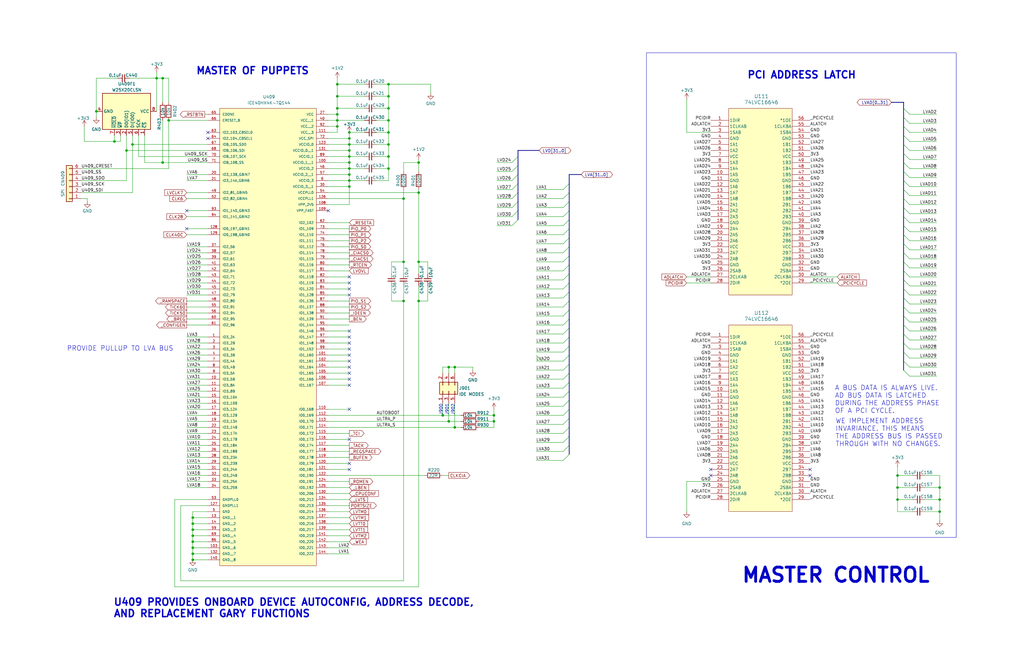
<source format=kicad_sch>
(kicad_sch (version 20231120) (generator "eeschema") (generator_version "8.0")
  (paper "B")
  (title_block (title "AMIGA PCI") (date "2025-01-11") (rev "5.0"))
  (junction (at 147.32 76.2))
  (junction (at 191.77 180.34))
  (junction (at 176.53 81.28))
  (junction (at 378.46 200.66))
  (junction (at 81.28 223.52))
  (junction (at 189.23 154.94))
  (junction (at 147.32 58.42))
  (junction (at 396.24 210.82))
  (junction (at 378.46 210.82))
  (junction (at 147.32 78.74))
  (junction (at 396.24 215.9))
  (junction (at 163.83 60.96))
  (junction (at 163.83 50.8))
  (junction (at 163.83 40.64))
  (junction (at 142.24 48.26))
  (junction (at 142.24 53.34))
  (junction (at 40.64 46.99))
  (junction (at 48.26 59.69))
  (junction (at 81.28 218.44))
  (junction (at 66.04 33.02))
  (junction (at 81.28 220.98))
  (junction (at 147.32 63.5))
  (junction (at 170.18 83.82))
  (junction (at 142.24 35.56))
  (junction (at 81.28 233.68))
  (junction (at 163.83 45.72))
  (junction (at 147.32 68.58))
  (junction (at 396.24 205.74))
  (junction (at 176.53 127))
  (junction (at 163.83 35.56))
  (junction (at 55.88 60.96))
  (junction (at 142.24 40.64))
  (junction (at 208.28 175.26))
  (junction (at 81.28 236.22))
  (junction (at 191.77 154.94))
  (junction (at 81.28 231.14))
  (junction (at 68.58 68.58))
  (junction (at 163.83 71.12))
  (junction (at 163.83 66.04))
  (junction (at 189.23 177.8))
  (junction (at 147.32 55.88))
  (junction (at 142.24 45.72))
  (junction (at 176.53 68.58))
  (junction (at 208.28 177.8))
  (junction (at 163.83 55.88))
  (junction (at 71.12 50.8))
  (junction (at 147.32 60.96))
  (junction (at 81.28 226.06))
  (junction (at 170.18 127))
  (junction (at 378.46 205.74))
  (junction (at 81.28 228.6))
  (junction (at 147.32 73.66))
  (junction (at 170.18 110.49))
  (junction (at 176.53 110.49))
  (junction (at 147.32 71.12))
  (junction (at 186.69 175.26))
  (junction (at 142.24 50.8))
  (junction (at 147.32 66.04))
  (junction (at 68.58 33.02))
  (junction (at 53.34 63.5))
  (no_connect (at 299.72 198.12))
  (no_connect (at 147.32 144.78))
  (no_connect (at 147.32 152.4))
  (no_connect (at 147.32 198.12))
  (no_connect (at 341.63 198.12))
  (no_connect (at 147.32 162.56))
  (no_connect (at 147.32 172.72))
  (no_connect (at 341.63 200.66))
  (no_connect (at 87.63 55.88))
  (no_connect (at 147.32 142.24))
  (no_connect (at 147.32 160.02))
  (no_connect (at 147.32 116.84))
  (no_connect (at 147.32 147.32))
  (no_connect (at 147.32 149.86))
  (no_connect (at 78.74 88.9))
  (no_connect (at 147.32 124.46))
  (no_connect (at 147.32 157.48))
  (no_connect (at 147.32 185.42))
  (no_connect (at 147.32 119.38))
  (no_connect (at 299.72 200.66))
  (no_connect (at 147.32 195.58))
  (no_connect (at 138.43 88.9))
  (no_connect (at 147.32 154.94))
  (no_connect (at 87.63 58.42))
  (no_connect (at 147.32 139.7))
  (no_connect (at 78.74 96.52))
  (no_connect (at 147.32 121.92))
  (bus_entry (at 383.57 93.98) (size -2.54 -2.54))
  (bus_entry (at 383.57 63.5) (size -2.54 -2.54))
  (bus_entry (at 237.49 163.83) (size 2.54 -2.54))
  (bus_entry (at 215.9 95.25) (size 2.54 -2.54))
  (bus_entry (at 237.49 80.01) (size 2.54 -2.54))
  (bus_entry (at 237.49 160.02) (size 2.54 -2.54))
  (bus_entry (at 383.57 82.55) (size -2.54 -2.54))
  (bus_entry (at 383.57 101.6) (size -2.54 -2.54))
  (bus_entry (at 215.9 83.82) (size 2.54 -2.54))
  (bus_entry (at 237.49 194.31) (size 2.54 -2.54))
  (bus_entry (at 215.9 87.63) (size 2.54 -2.54))
  (bus_entry (at 383.57 151.13) (size -2.54 -2.54))
  (bus_entry (at 237.49 133.35) (size 2.54 -2.54))
  (bus_entry (at 237.49 137.16) (size 2.54 -2.54))
  (bus_entry (at 237.49 99.06) (size 2.54 -2.54))
  (bus_entry (at 383.57 158.75) (size -2.54 -2.54))
  (bus_entry (at 383.57 78.74) (size -2.54 -2.54))
  (bus_entry (at 383.57 97.79) (size -2.54 -2.54))
  (bus_entry (at 237.49 182.88) (size 2.54 -2.54))
  (bus_entry (at 237.49 83.82) (size 2.54 -2.54))
  (bus_entry (at 237.49 95.25) (size 2.54 -2.54))
  (bus_entry (at 383.57 135.89) (size -2.54 -2.54))
  (bus_entry (at 383.57 55.88) (size -2.54 -2.54))
  (bus_entry (at 237.49 129.54) (size 2.54 -2.54))
  (bus_entry (at 237.49 148.59) (size 2.54 -2.54))
  (bus_entry (at 237.49 175.26) (size 2.54 -2.54))
  (bus_entry (at 383.57 139.7) (size -2.54 -2.54))
  (bus_entry (at 383.57 124.46) (size -2.54 -2.54))
  (bus_entry (at 237.49 87.63) (size 2.54 -2.54))
  (bus_entry (at 383.57 120.65) (size -2.54 -2.54))
  (bus_entry (at 237.49 118.11) (size 2.54 -2.54))
  (bus_entry (at 383.57 59.69) (size -2.54 -2.54))
  (bus_entry (at 383.57 71.12) (size -2.54 -2.54))
  (bus_entry (at 383.57 143.51) (size -2.54 -2.54))
  (bus_entry (at 215.9 68.58) (size 2.54 -2.54))
  (bus_entry (at 226.06 149.86) (size 2.54 2.54))
  (bus_entry (at 383.57 86.36) (size -2.54 -2.54))
  (bus_entry (at 237.49 121.92) (size 2.54 -2.54))
  (bus_entry (at 237.49 144.78) (size 2.54 -2.54))
  (bus_entry (at 383.57 154.94) (size -2.54 -2.54))
  (bus_entry (at 383.57 147.32) (size -2.54 -2.54))
  (bus_entry (at 237.49 190.5) (size 2.54 -2.54))
  (bus_entry (at 383.57 116.84) (size -2.54 -2.54))
  (bus_entry (at 215.9 91.44) (size 2.54 -2.54))
  (bus_entry (at 237.49 114.3) (size 2.54 -2.54))
  (bus_entry (at 215.9 76.2) (size 2.54 -2.54))
  (bus_entry (at 237.49 186.69) (size 2.54 -2.54))
  (bus_entry (at 383.57 52.07) (size -2.54 -2.54))
  (bus_entry (at 237.49 167.64) (size 2.54 -2.54))
  (bus_entry (at 237.49 110.49) (size 2.54 -2.54))
  (bus_entry (at 237.49 125.73) (size 2.54 -2.54))
  (bus_entry (at 237.49 102.87) (size 2.54 -2.54))
  (bus_entry (at 237.49 179.07) (size 2.54 -2.54))
  (bus_entry (at 383.57 128.27) (size -2.54 -2.54))
  (bus_entry (at 237.49 156.21) (size 2.54 -2.54))
  (bus_entry (at 237.49 140.97) (size 2.54 -2.54))
  (bus_entry (at 383.57 105.41) (size -2.54 -2.54))
  (bus_entry (at 237.49 171.45) (size 2.54 -2.54))
  (bus_entry (at 383.57 132.08) (size -2.54 -2.54))
  (bus_entry (at 237.49 106.68) (size 2.54 -2.54))
  (bus_entry (at 383.57 109.22) (size -2.54 -2.54))
  (bus_entry (at 383.57 67.31) (size -2.54 -2.54))
  (bus_entry (at 237.49 152.4) (size 2.54 -2.54))
  (bus_entry (at 383.57 113.03) (size -2.54 -2.54))
  (bus_entry (at 237.49 91.44) (size 2.54 -2.54))
  (bus_entry (at 383.57 74.93) (size -2.54 -2.54))
  (bus_entry (at 215.9 72.39) (size 2.54 -2.54))
  (bus_entry (at 383.57 48.26) (size -2.54 -2.54))
  (bus_entry (at 383.57 90.17) (size -2.54 -2.54))
  (bus_entry (at 215.9 80.01) (size 2.54 -2.54))
  (wire (pts (xy 147.32 144.78) (xy 138.43 144.78)))
  (bus (pts (xy 381.03 152.4) (xy 381.03 156.21)))
  (bus (pts (xy 240.03 107.95) (xy 240.03 111.76)))
  (wire (pts (xy 395 139.7) (xy 383.57 139.7)))
  (wire (pts (xy 299.72 55.88) (xy 289.56 55.88)))
  (bus (pts (xy 381.03 43.18) (xy 375.92 43.18)))
  (wire (pts (xy 58.42 66.04) (xy 58.42 57.15)))
  (wire (pts (xy 87.63 195.58) (xy 78.74 195.58)))
  (wire (pts (xy 78.74 200.66) (xy 87.63 200.66)))
  (wire (pts (xy 147.32 205.74) (xy 138.43 205.74)))
  (wire (pts (xy 209.55 95.25) (xy 215.9 95.25)))
  (wire (pts (xy 353.06 119.38) (xy 341.63 119.38)))
  (wire (pts (xy 395 128.27) (xy 383.57 128.27)))
  (wire (pts (xy 138.43 99.06) (xy 147.32 99.06)))
  (wire (pts (xy 289.56 203.2) (xy 289.56 215.9)))
  (bus (pts (xy 381.03 148.59) (xy 381.03 152.4)))
  (wire (pts (xy 189.23 157.48) (xy 189.23 154.94)))
  (wire (pts (xy 395 135.89) (xy 383.57 135.89)))
  (wire (pts (xy 147.32 195.58) (xy 138.43 195.58)))
  (wire (pts (xy 289.56 203.2) (xy 299.72 203.2)))
  (wire (pts (xy 71.12 43.18) (xy 71.12 33.02)))
  (wire (pts (xy 395 86.36) (xy 383.57 86.36)))
  (wire (pts (xy 138.43 71.12) (xy 147.32 71.12)))
  (wire (pts (xy 73.66 247.65) (xy 176.53 247.65)))
  (wire (pts (xy 87.63 83.82) (xy 78.74 83.82)))
  (wire (pts (xy 226.06 140.97) (xy 237.49 140.97)))
  (wire (pts (xy 34.29 83.82) (xy 36.83 83.82)))
  (wire (pts (xy 87.63 203.2) (xy 78.74 203.2)))
  (wire (pts (xy 138.43 73.66) (xy 147.32 73.66)))
  (wire (pts (xy 78.74 116.84) (xy 87.63 116.84)))
  (wire (pts (xy 78.74 111.76) (xy 87.63 111.76)))
  (wire (pts (xy 35.56 53.34) (xy 35.56 59.69)))
  (bus (pts (xy 240.03 96.52) (xy 240.03 100.33)))
  (bus (pts (xy 381.03 57.15) (xy 381.03 60.96)))
  (bus (pts (xy 381.03 118.11) (xy 381.03 121.92)))
  (wire (pts (xy 226.06 190.5) (xy 237.49 190.5)))
  (wire (pts (xy 186.69 157.48) (xy 186.69 154.94)))
  (bus (pts (xy 240.03 165.1) (xy 240.03 168.91)))
  (wire (pts (xy 87.63 88.9) (xy 78.74 88.9)))
  (wire (pts (xy 138.43 83.82) (xy 170.18 83.82)))
  (wire (pts (xy 78.74 109.22) (xy 87.63 109.22)))
  (wire (pts (xy 226.06 110.49) (xy 237.49 110.49)))
  (wire (pts (xy 147.32 182.88) (xy 138.43 182.88)))
  (bus (pts (xy 240.03 168.91) (xy 240.03 172.72)))
  (wire (pts (xy 142.24 45.72) (xy 142.24 48.26)))
  (wire (pts (xy 176.53 127) (xy 180.34 127)))
  (wire (pts (xy 73.66 210.82) (xy 87.63 210.82)))
  (wire (pts (xy 138.43 157.48) (xy 147.32 157.48)))
  (wire (pts (xy 226.06 175.26) (xy 237.49 175.26)))
  (wire (pts (xy 378.46 205.74) (xy 384.81 205.74)))
  (wire (pts (xy 81.28 218.44) (xy 81.28 220.98)))
  (wire (pts (xy 395 48.26) (xy 383.57 48.26)))
  (wire (pts (xy 87.63 177.8) (xy 78.74 177.8)))
  (wire (pts (xy 147.32 76.2) (xy 147.32 78.74)))
  (wire (pts (xy 138.43 152.4) (xy 147.32 152.4)))
  (wire (pts (xy 209.55 68.58) (xy 215.9 68.58)))
  (wire (pts (xy 48.26 59.69) (xy 50.8 59.69)))
  (wire (pts (xy 87.63 48.26) (xy 86.36 48.26)))
  (wire (pts (xy 395 120.65) (xy 383.57 120.65)))
  (wire (pts (xy 389.89 200.66) (xy 396.24 200.66)))
  (wire (pts (xy 81.28 218.44) (xy 87.63 218.44)))
  (wire (pts (xy 66.04 33.02) (xy 54.61 33.02)))
  (wire (pts (xy 68.58 33.02) (xy 66.04 33.02)))
  (wire (pts (xy 147.32 76.2) (xy 153.67 76.2)))
  (bus (pts (xy 381.03 125.73) (xy 381.03 129.54)))
  (wire (pts (xy 226.06 114.3) (xy 237.49 114.3)))
  (wire (pts (xy 395 105.41) (xy 383.57 105.41)))
  (wire (pts (xy 163.83 40.64) (xy 163.83 35.56)))
  (wire (pts (xy 158.75 60.96) (xy 163.83 60.96)))
  (bus (pts (xy 218.44 69.85) (xy 218.44 73.66)))
  (wire (pts (xy 289.56 41.91) (xy 289.56 55.88)))
  (wire (pts (xy 226.06 171.45) (xy 237.49 171.45)))
  (wire (pts (xy 226.06 83.82) (xy 237.49 83.82)))
  (wire (pts (xy 181.61 35.56) (xy 163.83 35.56)))
  (wire (pts (xy 87.63 167.64) (xy 78.74 167.64)))
  (wire (pts (xy 147.32 68.58) (xy 147.32 71.12)))
  (wire (pts (xy 209.55 91.44) (xy 215.9 91.44)))
  (wire (pts (xy 226.06 179.07) (xy 237.49 179.07)))
  (wire (pts (xy 81.28 215.9) (xy 81.28 218.44)))
  (wire (pts (xy 138.43 175.26) (xy 186.69 175.26)))
  (wire (pts (xy 87.63 76.2) (xy 78.74 76.2)))
  (wire (pts (xy 78.74 106.68) (xy 87.63 106.68)))
  (wire (pts (xy 138.43 223.52) (xy 147.32 223.52)))
  (wire (pts (xy 87.63 165.1) (xy 78.74 165.1)))
  (wire (pts (xy 147.32 55.88) (xy 153.67 55.88)))
  (wire (pts (xy 81.28 231.14) (xy 81.28 233.68)))
  (bus (pts (xy 381.03 76.2) (xy 381.03 80.01)))
  (bus (pts (xy 381.03 91.44) (xy 381.03 95.25)))
  (wire (pts (xy 191.77 170.18) (xy 191.77 180.34)))
  (wire (pts (xy 60.96 68.58) (xy 68.58 68.58)))
  (wire (pts (xy 71.12 71.12) (xy 71.12 50.8)))
  (wire (pts (xy 226.06 156.21) (xy 237.49 156.21)))
  (wire (pts (xy 163.83 45.72) (xy 163.83 40.64)))
  (wire (pts (xy 138.43 220.98) (xy 147.32 220.98)))
  (wire (pts (xy 165.1 120.65) (xy 165.1 127)))
  (wire (pts (xy 163.83 50.8) (xy 163.83 45.72)))
  (wire (pts (xy 189.23 154.94) (xy 191.77 154.94)))
  (bus (pts (xy 240.03 172.72) (xy 240.03 176.53)))
  (wire (pts (xy 138.43 160.02) (xy 147.32 160.02)))
  (bus (pts (xy 218.44 81.28) (xy 218.44 85.09)))
  (wire (pts (xy 138.43 154.94) (xy 147.32 154.94)))
  (bus (pts (xy 381.03 68.58) (xy 381.03 72.39)))
  (wire (pts (xy 226.06 148.59) (xy 237.49 148.59)))
  (wire (pts (xy 395 154.94) (xy 383.57 154.94)))
  (wire (pts (xy 138.43 66.04) (xy 147.32 66.04)))
  (wire (pts (xy 138.43 60.96) (xy 147.32 60.96)))
  (wire (pts (xy 226.06 91.44) (xy 237.49 91.44)))
  (bus (pts (xy 381.03 144.78) (xy 381.03 148.59)))
  (wire (pts (xy 87.63 193.04) (xy 78.74 193.04)))
  (wire (pts (xy 170.18 245.11) (xy 76.2 245.11)))
  (wire (pts (xy 226.06 167.64) (xy 237.49 167.64)))
  (wire (pts (xy 55.88 57.15) (xy 55.88 60.96)))
  (wire (pts (xy 138.43 124.46) (xy 147.32 124.46)))
  (wire (pts (xy 76.2 245.11) (xy 76.2 213.36)))
  (wire (pts (xy 147.32 63.5) (xy 147.32 66.04)))
  (wire (pts (xy 142.24 45.72) (xy 153.67 45.72)))
  (wire (pts (xy 165.1 127) (xy 170.18 127)))
  (wire (pts (xy 138.43 78.74) (xy 147.32 78.74)))
  (wire (pts (xy 138.43 177.8) (xy 189.23 177.8)))
  (wire (pts (xy 147.32 147.32) (xy 138.43 147.32)))
  (wire (pts (xy 170.18 120.65) (xy 170.18 127)))
  (bus (pts (xy 381.03 72.39) (xy 381.03 76.2)))
  (wire (pts (xy 147.32 86.36) (xy 138.43 86.36)))
  (wire (pts (xy 395 124.46) (xy 383.57 124.46)))
  (wire (pts (xy 189.23 177.8) (xy 194.31 177.8)))
  (wire (pts (xy 48.26 57.15) (xy 48.26 59.69)))
  (wire (pts (xy 378.46 200.66) (xy 384.81 200.66)))
  (wire (pts (xy 396.24 200.66) (xy 396.24 205.74)))
  (wire (pts (xy 179.07 200.66) (xy 138.43 200.66)))
  (wire (pts (xy 71.12 33.02) (xy 68.58 33.02)))
  (wire (pts (xy 81.28 223.52) (xy 87.63 223.52)))
  (wire (pts (xy 395 97.79) (xy 383.57 97.79)))
  (wire (pts (xy 36.83 83.82) (xy 36.83 85.09)))
  (wire (pts (xy 87.63 127) (xy 78.74 127)))
  (bus (pts (xy 381.03 106.68) (xy 381.03 110.49)))
  (wire (pts (xy 81.28 236.22) (xy 87.63 236.22)))
  (wire (pts (xy 66.04 46.99) (xy 66.04 33.02)))
  (wire (pts (xy 396.24 205.74) (xy 396.24 210.82)))
  (wire (pts (xy 40.64 33.02) (xy 49.53 33.02)))
  (wire (pts (xy 378.46 210.82) (xy 384.81 210.82)))
  (wire (pts (xy 208.28 172.72) (xy 208.28 175.26)))
  (wire (pts (xy 138.43 215.9) (xy 147.32 215.9)))
  (wire (pts (xy 87.63 81.28) (xy 78.74 81.28)))
  (wire (pts (xy 138.43 93.98) (xy 147.32 93.98)))
  (bus (pts (xy 240.03 119.38) (xy 240.03 123.19)))
  (bus (pts (xy 240.03 73.66) (xy 245.11 73.66)))
  (wire (pts (xy 226.06 194.31) (xy 237.49 194.31)))
  (wire (pts (xy 87.63 175.26) (xy 78.74 175.26)))
  (wire (pts (xy 147.32 208.28) (xy 138.43 208.28)))
  (wire (pts (xy 53.34 76.2) (xy 34.29 76.2)))
  (bus (pts (xy 240.03 149.86) (xy 240.03 153.67)))
  (wire (pts (xy 289.56 119.38) (xy 299.72 119.38)))
  (wire (pts (xy 138.43 185.42) (xy 147.32 185.42)))
  (wire (pts (xy 158.75 71.12) (xy 163.83 71.12)))
  (wire (pts (xy 87.63 137.16) (xy 78.74 137.16)))
  (wire (pts (xy 395 113.03) (xy 383.57 113.03)))
  (wire (pts (xy 78.74 160.02) (xy 87.63 160.02)))
  (wire (pts (xy 78.74 149.86) (xy 87.63 149.86)))
  (wire (pts (xy 170.18 68.58) (xy 176.53 68.58)))
  (wire (pts (xy 81.28 220.98) (xy 81.28 223.52)))
  (wire (pts (xy 147.32 187.96) (xy 138.43 187.96)))
  (wire (pts (xy 138.43 137.16) (xy 147.32 137.16)))
  (wire (pts (xy 138.43 101.6) (xy 147.32 101.6)))
  (wire (pts (xy 138.43 218.44) (xy 147.32 218.44)))
  (bus (pts (xy 381.03 87.63) (xy 381.03 91.44)))
  (wire (pts (xy 395 101.6) (xy 383.57 101.6)))
  (wire (pts (xy 81.28 233.68) (xy 81.28 236.22)))
  (bus (pts (xy 381.03 114.3) (xy 381.03 118.11)))
  (wire (pts (xy 147.32 60.96) (xy 153.67 60.96)))
  (wire (pts (xy 142.24 40.64) (xy 142.24 45.72)))
  (wire (pts (xy 226.06 87.63) (xy 237.49 87.63)))
  (wire (pts (xy 208.28 177.8) (xy 208.28 175.26)))
  (bus (pts (xy 381.03 80.01) (xy 381.03 83.82)))
  (wire (pts (xy 87.63 172.72) (xy 78.74 172.72)))
  (wire (pts (xy 201.93 177.8) (xy 208.28 177.8)))
  (wire (pts (xy 226.06 121.92) (xy 237.49 121.92)))
  (bus (pts (xy 240.03 176.53) (xy 240.03 180.34)))
  (wire (pts (xy 158.75 55.88) (xy 163.83 55.88)))
  (wire (pts (xy 138.43 228.6) (xy 147.32 228.6)))
  (wire (pts (xy 170.18 127) (xy 170.18 245.11)))
  (wire (pts (xy 55.88 81.28) (xy 55.88 60.96)))
  (wire (pts (xy 138.43 104.14) (xy 147.32 104.14)))
  (wire (pts (xy 176.53 247.65) (xy 176.53 127)))
  (wire (pts (xy 138.43 226.06) (xy 147.32 226.06)))
  (wire (pts (xy 87.63 124.46) (xy 78.74 124.46)))
  (wire (pts (xy 147.32 66.04) (xy 153.67 66.04)))
  (wire (pts (xy 147.32 193.04) (xy 138.43 193.04)))
  (wire (pts (xy 395 78.74) (xy 383.57 78.74)))
  (wire (pts (xy 147.32 73.66) (xy 147.32 76.2)))
  (bus (pts (xy 381.03 45.72) (xy 381.03 49.53)))
  (wire (pts (xy 226.06 95.25) (xy 237.49 95.25)))
  (wire (pts (xy 78.74 152.4) (xy 87.63 152.4)))
  (wire (pts (xy 138.43 106.68) (xy 147.32 106.68)))
  (wire (pts (xy 87.63 96.52) (xy 78.74 96.52)))
  (wire (pts (xy 138.43 114.3) (xy 147.32 114.3)))
  (wire (pts (xy 73.66 210.82) (xy 73.66 247.65)))
  (wire (pts (xy 78.74 187.96) (xy 87.63 187.96)))
  (wire (pts (xy 378.46 205.74) (xy 378.46 210.82)))
  (wire (pts (xy 68.58 50.8) (xy 68.58 68.58)))
  (wire (pts (xy 138.43 53.34) (xy 142.24 53.34)))
  (wire (pts (xy 395 158.75) (xy 383.57 158.75)))
  (bus (pts (xy 240.03 111.76) (xy 240.03 115.57)))
  (wire (pts (xy 78.74 114.3) (xy 87.63 114.3)))
  (bus (pts (xy 381.03 53.34) (xy 381.03 57.15)))
  (wire (pts (xy 40.64 49.53) (xy 40.64 46.99)))
  (wire (pts (xy 191.77 154.94) (xy 191.77 157.48)))
  (bus (pts (xy 240.03 88.9) (xy 240.03 92.71)))
  (wire (pts (xy 226.06 182.88) (xy 237.49 182.88)))
  (bus (pts (xy 218.44 85.09) (xy 218.44 88.9)))
  (wire (pts (xy 396.24 215.9) (xy 396.24 219.71)))
  (wire (pts (xy 142.24 50.8) (xy 142.24 53.34)))
  (wire (pts (xy 138.43 48.26) (xy 142.24 48.26)))
  (wire (pts (xy 226.06 144.78) (xy 237.49 144.78)))
  (bus (pts (xy 240.03 146.05) (xy 240.03 149.86)))
  (bus (pts (xy 240.03 104.14) (xy 240.03 107.95)))
  (wire (pts (xy 226.06 133.35) (xy 237.49 133.35)))
  (wire (pts (xy 87.63 190.5) (xy 78.74 190.5)))
  (wire (pts (xy 81.28 220.98) (xy 87.63 220.98)))
  (wire (pts (xy 395 151.13) (xy 383.57 151.13)))
  (bus (pts (xy 240.03 100.33) (xy 240.03 104.14)))
  (wire (pts (xy 87.63 91.44) (xy 78.74 91.44)))
  (bus (pts (xy 381.03 137.16) (xy 381.03 140.97)))
  (bus (pts (xy 381.03 110.49) (xy 381.03 114.3)))
  (wire (pts (xy 191.77 154.94) (xy 199.39 154.94)))
  (bus (pts (xy 240.03 130.81) (xy 240.03 134.62)))
  (wire (pts (xy 199.39 154.94) (xy 199.39 156.21)))
  (wire (pts (xy 384.81 215.9) (xy 378.46 215.9)))
  (wire (pts (xy 226.06 99.06) (xy 237.49 99.06)))
  (wire (pts (xy 163.83 35.56) (xy 158.75 35.56)))
  (wire (pts (xy 395 147.32) (xy 383.57 147.32)))
  (wire (pts (xy 87.63 73.66) (xy 78.74 73.66)))
  (wire (pts (xy 226.06 118.11) (xy 237.49 118.11)))
  (wire (pts (xy 226.06 102.87) (xy 237.49 102.87)))
  (wire (pts (xy 142.24 35.56) (xy 153.67 35.56)))
  (wire (pts (xy 396.24 210.82) (xy 396.24 215.9)))
  (bus (pts (xy 381.03 129.54) (xy 381.03 133.35)))
  (wire (pts (xy 138.43 180.34) (xy 191.77 180.34)))
  (wire (pts (xy 34.29 81.28) (xy 55.88 81.28)))
  (bus (pts (xy 218.44 73.66) (xy 218.44 77.47)))
  (wire (pts (xy 378.46 200.66) (xy 378.46 205.74)))
  (wire (pts (xy 147.32 190.5) (xy 138.43 190.5)))
  (wire (pts (xy 87.63 185.42) (xy 78.74 185.42)))
  (wire (pts (xy 138.43 127) (xy 147.32 127)))
  (wire (pts (xy 138.43 68.58) (xy 147.32 68.58)))
  (wire (pts (xy 147.32 55.88) (xy 147.32 58.42)))
  (wire (pts (xy 71.12 50.8) (xy 87.63 50.8)))
  (bus (pts (xy 240.03 157.48) (xy 240.03 161.29)))
  (wire (pts (xy 163.83 55.88) (xy 163.83 60.96)))
  (wire (pts (xy 176.53 81.28) (xy 176.53 110.49)))
  (bus (pts (xy 240.03 184.15) (xy 240.03 187.96)))
  (bus (pts (xy 240.03 161.29) (xy 240.03 165.1)))
  (wire (pts (xy 395 55.88) (xy 383.57 55.88)))
  (wire (pts (xy 147.32 78.74) (xy 147.32 86.36)))
  (wire (pts (xy 142.24 35.56) (xy 142.24 40.64)))
  (wire (pts (xy 226.06 160.02) (xy 237.49 160.02)))
  (wire (pts (xy 138.43 213.36) (xy 147.32 213.36)))
  (wire (pts (xy 81.28 223.52) (xy 81.28 226.06)))
  (wire (pts (xy 147.32 142.24) (xy 138.43 142.24)))
  (wire (pts (xy 87.63 147.32) (xy 78.74 147.32)))
  (wire (pts (xy 226.06 186.69) (xy 237.49 186.69)))
  (wire (pts (xy 176.53 110.49) (xy 180.34 110.49)))
  (bus (pts (xy 240.03 134.62) (xy 240.03 138.43)))
  (wire (pts (xy 81.28 226.06) (xy 87.63 226.06)))
  (wire (pts (xy 138.43 172.72) (xy 147.32 172.72)))
  (wire (pts (xy 395 74.93) (xy 383.57 74.93)))
  (wire (pts (xy 170.18 115.57) (xy 170.18 110.49)))
  (bus (pts (xy 218.44 63.5) (xy 227.33 63.5)))
  (wire (pts (xy 170.18 80.01) (xy 170.18 83.82)))
  (wire (pts (xy 78.74 121.92) (xy 87.63 121.92)))
  (wire (pts (xy 138.43 76.2) (xy 147.32 76.2)))
  (wire (pts (xy 186.69 170.18) (xy 186.69 175.26)))
  (bus (pts (xy 381.03 99.06) (xy 381.03 102.87)))
  (bus (pts (xy 240.03 77.47) (xy 240.03 81.28)))
  (wire (pts (xy 201.93 175.26) (xy 208.28 175.26)))
  (wire (pts (xy 87.63 129.54) (xy 78.74 129.54)))
  (wire (pts (xy 201.93 180.34) (xy 208.28 180.34)))
  (bus (pts (xy 240.03 123.19) (xy 240.03 127)))
  (wire (pts (xy 395 143.51) (xy 383.57 143.51)))
  (wire (pts (xy 138.43 111.76) (xy 147.32 111.76)))
  (wire (pts (xy 78.74 119.38) (xy 87.63 119.38)))
  (wire (pts (xy 81.28 228.6) (xy 87.63 228.6)))
  (wire (pts (xy 395 93.98) (xy 383.57 93.98)))
  (wire (pts (xy 226.06 106.68) (xy 237.49 106.68)))
  (bus (pts (xy 218.44 66.04) (xy 218.44 63.5)))
  (wire (pts (xy 209.55 83.82) (xy 215.9 83.82)))
  (wire (pts (xy 176.53 127) (xy 176.53 120.65)))
  (wire (pts (xy 226.06 129.54) (xy 237.49 129.54)))
  (wire (pts (xy 209.55 87.63) (xy 215.9 87.63)))
  (bus (pts (xy 240.03 138.43) (xy 240.03 142.24)))
  (wire (pts (xy 81.28 228.6) (xy 81.28 231.14)))
  (wire (pts (xy 87.63 154.94) (xy 78.74 154.94)))
  (wire (pts (xy 66.04 33.02) (xy 66.04 30.48)))
  (wire (pts (xy 78.74 180.34) (xy 87.63 180.34)))
  (bus (pts (xy 240.03 73.66) (xy 240.03 77.47)))
  (bus (pts (xy 381.03 83.82) (xy 381.03 87.63)))
  (wire (pts (xy 78.74 142.24) (xy 87.63 142.24)))
  (wire (pts (xy 50.8 57.15) (xy 50.8 59.69)))
  (wire (pts (xy 53.34 63.5) (xy 53.34 76.2)))
  (bus (pts (xy 381.03 133.35) (xy 381.03 137.16)))
  (wire (pts (xy 170.18 83.82) (xy 170.18 110.49)))
  (bus (pts (xy 240.03 81.28) (xy 240.03 85.09)))
  (bus (pts (xy 381.03 140.97) (xy 381.03 144.78)))
  (wire (pts (xy 147.32 233.68) (xy 138.43 233.68)))
  (bus (pts (xy 240.03 142.24) (xy 240.03 146.05)))
  (wire (pts (xy 142.24 53.34) (xy 142.24 55.88)))
  (wire (pts (xy 165.1 110.49) (xy 170.18 110.49)))
  (bus (pts (xy 240.03 153.67) (xy 240.03 157.48)))
  (wire (pts (xy 395 116.84) (xy 383.57 116.84)))
  (wire (pts (xy 209.55 80.01) (xy 215.9 80.01)))
  (wire (pts (xy 341.63 116.84) (xy 353.06 116.84)))
  (wire (pts (xy 170.18 72.39) (xy 170.18 68.58)))
  (wire (pts (xy 147.32 132.08) (xy 138.43 132.08)))
  (wire (pts (xy 138.43 121.92) (xy 147.32 121.92)))
  (bus (pts (xy 240.03 127) (xy 240.03 130.81)))
  (bus (pts (xy 381.03 95.25) (xy 381.03 99.06)))
  (wire (pts (xy 58.42 66.04) (xy 87.63 66.04)))
  (wire (pts (xy 186.69 175.26) (xy 194.31 175.26)))
  (wire (pts (xy 142.24 40.64) (xy 153.67 40.64)))
  (wire (pts (xy 147.32 139.7) (xy 138.43 139.7)))
  (bus (pts (xy 240.03 115.57) (xy 240.03 119.38)))
  (wire (pts (xy 163.83 55.88) (xy 163.83 50.8)))
  (wire (pts (xy 87.63 134.62) (xy 78.74 134.62)))
  (wire (pts (xy 142.24 33.02) (xy 142.24 35.56)))
  (bus (pts (xy 381.03 64.77) (xy 381.03 68.58)))
  (wire (pts (xy 53.34 57.15) (xy 53.34 63.5)))
  (wire (pts (xy 395 52.07) (xy 383.57 52.07)))
  (wire (pts (xy 76.2 213.36) (xy 87.63 213.36)))
  (bus (pts (xy 381.03 49.53) (xy 381.03 53.34)))
  (wire (pts (xy 138.43 129.54) (xy 147.32 129.54)))
  (wire (pts (xy 226.06 152.4) (xy 228.6 152.4)))
  (wire (pts (xy 87.63 132.08) (xy 78.74 132.08)))
  (wire (pts (xy 87.63 198.12) (xy 78.74 198.12)))
  (wire (pts (xy 158.75 76.2) (xy 163.83 76.2)))
  (wire (pts (xy 158.75 66.04) (xy 163.83 66.04)))
  (wire (pts (xy 226.06 80.01) (xy 237.49 80.01)))
  (wire (pts (xy 34.29 71.12) (xy 71.12 71.12)))
  (wire (pts (xy 189.23 170.18) (xy 189.23 177.8)))
  (wire (pts (xy 186.69 200.66) (xy 189.23 200.66)))
  (wire (pts (xy 395 90.17) (xy 383.57 90.17)))
  (wire (pts (xy 395 71.12) (xy 383.57 71.12)))
  (wire (pts (xy 138.43 55.88) (xy 142.24 55.88)))
  (bus (pts (xy 240.03 85.09) (xy 240.03 88.9)))
  (wire (pts (xy 35.56 59.69) (xy 48.26 59.69)))
  (wire (pts (xy 138.43 134.62) (xy 147.32 134.62)))
  (wire (pts (xy 138.43 119.38) (xy 147.32 119.38)))
  (wire (pts (xy 147.32 66.04) (xy 147.32 68.58)))
  (wire (pts (xy 78.74 157.48) (xy 87.63 157.48)))
  (wire (pts (xy 395 82.55) (xy 383.57 82.55)))
  (wire (pts (xy 226.06 125.73) (xy 237.49 125.73)))
  (wire (pts (xy 163.83 71.12) (xy 163.83 76.2)))
  (bus (pts (xy 381.03 60.96) (xy 381.03 64.77)))
  (wire (pts (xy 138.43 58.42) (xy 147.32 58.42)))
  (wire (pts (xy 180.34 110.49) (xy 180.34 115.57)))
  (wire (pts (xy 147.32 71.12) (xy 153.67 71.12)))
  (wire (pts (xy 81.28 215.9) (xy 87.63 215.9)))
  (bus (pts (xy 240.03 180.34) (xy 240.03 184.15)))
  (wire (pts (xy 209.55 72.39) (xy 215.9 72.39)))
  (wire (pts (xy 395 63.5) (xy 383.57 63.5)))
  (wire (pts (xy 147.32 58.42) (xy 147.32 60.96)))
  (wire (pts (xy 138.43 231.14) (xy 147.32 231.14)))
  (wire (pts (xy 378.46 196.85) (xy 378.46 200.66)))
  (wire (pts (xy 389.89 215.9) (xy 396.24 215.9)))
  (wire (pts (xy 163.83 60.96) (xy 163.83 66.04)))
  (wire (pts (xy 142.24 50.8) (xy 153.67 50.8)))
  (wire (pts (xy 389.89 210.82) (xy 396.24 210.82)))
  (wire (pts (xy 147.32 149.86) (xy 138.43 149.86)))
  (wire (pts (xy 147.32 198.12) (xy 138.43 198.12)))
  (wire (pts (xy 138.43 162.56) (xy 147.32 162.56)))
  (wire (pts (xy 147.32 60.96) (xy 147.32 63.5)))
  (wire (pts (xy 395 109.22) (xy 383.57 109.22)))
  (wire (pts (xy 208.28 180.34) (xy 208.28 177.8)))
  (wire (pts (xy 78.74 162.56) (xy 87.63 162.56)))
  (wire (pts (xy 228.6 152.4) (xy 237.49 152.4)))
  (bus (pts (xy 381.03 121.92) (xy 381.03 125.73)))
  (wire (pts (xy 209.55 76.2) (xy 215.9 76.2)))
  (wire (pts (xy 378.46 210.82) (xy 378.46 215.9)))
  (wire (pts (xy 142.24 48.26) (xy 142.24 50.8)))
  (wire (pts (xy 87.63 99.06) (xy 78.74 99.06)))
  (wire (pts (xy 176.53 115.57) (xy 176.53 110.49)))
  (wire (pts (xy 395 67.31) (xy 383.57 67.31)))
  (wire (pts (xy 165.1 115.57) (xy 165.1 110.49)))
  (wire (pts (xy 138.43 50.8) (xy 142.24 50.8)))
  (wire (pts (xy 81.28 231.14) (xy 87.63 231.14)))
  (wire (pts (xy 176.53 68.58) (xy 176.53 72.39)))
  (wire (pts (xy 53.34 63.5) (xy 87.63 63.5)))
  (wire (pts (xy 87.63 182.88) (xy 78.74 182.88)))
  (bus (pts (xy 381.03 43.18) (xy 381.03 45.72)))
  (wire (pts (xy 147.32 203.2) (xy 138.43 203.2)))
  (wire (pts (xy 180.34 127) (xy 180.34 120.65)))
  (wire (pts (xy 40.64 46.99) (xy 40.64 33.02)))
  (wire (pts (xy 181.61 35.56) (xy 181.61 39.37)))
  (wire (pts (xy 158.75 50.8) (xy 163.83 50.8)))
  (wire (pts (xy 138.43 109.22) (xy 147.32 109.22)))
  (wire (pts (xy 147.32 71.12) (xy 147.32 73.66)))
  (wire (pts (xy 138.43 63.5) (xy 147.32 63.5)))
  (wire (pts (xy 78.74 104.14) (xy 87.63 104.14)))
  (wire (pts (xy 176.53 80.01) (xy 176.53 81.28)))
  (wire (pts (xy 226.06 137.16) (xy 237.49 137.16)))
  (wire (pts (xy 138.43 210.82) (xy 147.32 210.82)))
  (wire (pts (xy 68.58 33.02) (xy 68.58 43.18)))
  (wire (pts (xy 176.53 67.31) (xy 176.53 68.58)))
  (wire (pts (xy 138.43 96.52) (xy 147.32 96.52)))
  (wire (pts (xy 81.28 233.68) (xy 87.63 233.68)))
  (wire (pts (xy 158.75 40.64) (xy 163.83 40.64)))
  (wire (pts (xy 186.69 154.94) (xy 189.23 154.94)))
  (bus (pts (xy 218.44 88.9) (xy 218.44 92.71)))
  (wire (pts (xy 163.83 66.04) (xy 163.83 71.12)))
  (wire (pts (xy 289.56 116.84) (xy 299.72 116.84)))
  (wire (pts (xy 78.74 205.74) (xy 87.63 205.74)))
  (wire (pts (xy 81.28 226.06) (xy 81.28 228.6)))
  (bus (pts (xy 218.44 66.04) (xy 218.44 69.85)))
  (bus (pts (xy 240.03 187.96) (xy 240.03 191.77)))
  (wire (pts (xy 138.43 81.28) (xy 176.53 81.28)))
  (bus (pts (xy 218.44 77.47) (xy 218.44 81.28)))
  (wire (pts (xy 60.96 68.58) (xy 60.96 57.15)))
  (bus (pts (xy 240.03 92.71) (xy 240.03 96.52)))
  (wire (pts (xy 138.43 116.84) (xy 147.32 116.84)))
  (wire (pts (xy 55.88 60.96) (xy 87.63 60.96)))
  (wire (pts (xy 395 132.08) (xy 383.57 132.08)))
  (wire (pts (xy 68.58 68.58) (xy 87.63 68.58)))
  (bus (pts (xy 381.03 102.87) (xy 381.03 106.68)))
  (wire (pts (xy 191.77 180.34) (xy 194.31 180.34)))
  (wire (pts (xy 87.63 170.18) (xy 78.74 170.18)))
  (wire (pts (xy 78.74 144.78) (xy 87.63 144.78)))
  (wire (pts (xy 395 59.69) (xy 383.57 59.69)))
  (wire (pts (xy 226.06 163.83) (xy 237.49 163.83)))
  (wire (pts (xy 389.89 205.74) (xy 396.24 205.74)))
  (wire (pts (xy 158.75 45.72) (xy 163.83 45.72)))
  (rectangle (start 272.6 22.3) (end 403.2 226.8))
  (text "MASTER OF PUPPETS" (at 82.55 31.75 0) (effects (font (size 3 3) (thickness 0.6) (bold yes)) (justify left bottom)))
  (text "MASTER CONTROL" (at 312.42 246.38 0) (effects (font (size 6 6) (thickness 1.2) (bold yes)) (justify left bottom)))
  (text "J902" (at 191.77 175.26 90) (effects (font (size 1.27 1.27)) (justify left bottom)))
  (text "J900" (at 186.69 175.26 90) (effects (font (size 1.27 1.27)) (justify left bottom)))
  (text "A BUS DATA IS ALWAYS LIVE.\nAD BUS DATA IS LATCHED\nDURING THE ADDRESS PHASE \nOF A PCI CYCLE." (at 352.044 168.656 0) (effects (font (size 2 2)) (justify left)))
  (text "PCI ADDRESS LATCH" (at 314.96 33.528 0) (effects (font (size 3 3) (thickness 0.6) (bold yes)) (justify left bottom)))
  (text "WE IMPLEMENT ADDRESS\nINVARIANCE. THIS MEANS\nTHE ADDRESS BUS IS PASSED \nTHROUGH WITH NO CHANGES." (at 352.298 182.626 0) (effects (font (size 2 2)) (justify left)))
  (text "J901" (at 189.23 175.26 90) (effects (font (size 1.27 1.27)) (justify left bottom)))
  (text "U409 PROVIDES ONBOARD DEVICE AUTOCONFIG, ADDRESS DECODE,\nAND REPLACEMENT GARY FUNCTIONS" (at 47.752 260.858 0) (effects (font (size 3 3) (thickness 0.6) (bold yes)) (justify left bottom)))
  (text "PROVIDE PULLUP TO LVA BUS" (at 28.194 148.336 0) (effects (font (size 2 2)) (justify left bottom)))
  (label "ADLATCH" (at 299.72 116.84 180))
  (label "_PCICYCLE" (at 341.63 50.8 0))
  (label "LVA25" (at 341.63 68.58 0))
  (label "LVAD8" (at 395 71.12 180))
  (label "LVA30" (at 78.74 157.48 0))
  (label "LVA20" (at 341.63 83.82 0))
  (label "LVAD25" (at 299.72 68.58 180))
  (label "LVA3" (at 78.74 142.24 0))
  (label "LVA27" (at 78.74 162.56 0))
  (label "LVA14" (at 78.74 195.58 0))
  (label "ALATCH" (at 341.63 208.28 0))
  (label "3V3" (at 299.72 55.88 180))
  (label "LVAD11" (at 299.72 177.8 180))
  (label "3V3" (at 299.72 157.48 180))
  (label "LVD31" (at 78.74 124.46 0))
  (label "LVAD30" (at 299.72 109.22 180))
  (label "LVA22" (at 78.74 147.32 0))
  (label "LVD26" (at 78.74 111.76 0))
  (label "PCIDIR" (at 299.72 119.38 180))
  (label "LVA26" (at 78.74 149.86 0))
  (label "U409_SS" (at 34.29 73.66 0))
  (label "LVA19" (at 226.06 148.59 0))
  (label "LVA27" (at 341.63 60.96 0))
  (label "LVA16" (at 78.74 200.66 0))
  (label "LVA18" (at 226.06 144.78 0))
  (label "LVA14" (at 341.63 170.18 0))
  (label "LVA27" (at 226.06 179.07 0))
  (label "U409_SDO" (at 34.29 76.2 0))
  (label "LVA4" (at 78.74 175.26 0))
  (label "LVA14" (at 226.06 129.54 0))
  (label "LVA3" (at 226.06 87.63 0))
  (label "LVA22" (at 226.06 160.02 0))
  (label "LVD31" (at 209.55 95.25 0))
  (label "LVA29" (at 226.06 186.69 0))
  (label "LVAD27" (at 395 143.51 180))
  (label "LVA9" (at 226.06 110.49 0))
  (label "LVA24" (at 78.74 154.94 0))
  (label "LVA11" (at 226.06 118.11 0))
  (label "LVAD26" (at 395 139.7 180))
  (label "LVAD8" (at 299.72 193.04 180))
  (label "GND" (at 299.72 149.86 180))
  (label "PCIDIR" (at 299.72 50.8 180))
  (label "_PCICYCLE" (at 341.63 119.38 0))
  (label "GND" (at 341.63 114.3 0))
  (label "LVAD29" (at 299.72 101.6 180))
  (label "LVA10" (at 78.74 185.42 0))
  (label "LVA30" (at 226.06 190.5 0))
  (label "ALATCH" (at 341.63 116.84 0))
  (label "LVA7" (at 226.06 102.87 0))
  (label "LVA13" (at 78.74 193.04 0))
  (label "LVAD6" (at 299.72 190.5 180))
  (label "LVA23" (at 341.63 73.66 0))
  (label "LVD25" (at 209.55 72.39 0))
  (label "LVAD5" (at 395 59.69 180))
  (label "GND" (at 299.72 167.64 180))
  (label "ADLATCH" (at 299.72 53.34 180))
  (label "LVA23" (at 226.06 163.83 0))
  (label "LVAD23" (at 299.72 73.66 180))
  (label "LVA29" (at 341.63 101.6 0))
  (label "LVA25" (at 78.74 165.1 0))
  (label "LVD24" (at 78.74 106.68 0))
  (label "LVAD12" (at 395 86.36 180))
  (label "LVAD4" (at 299.72 88.9 180))
  (label "LVA15" (at 226.06 133.35 0))
  (label "AUTOBOOT" (at 158.75 175.26 0))
  (label "LVAD19" (at 395 113.03 180))
  (label "LVA20" (at 226.06 152.4 0))
  (label "LVAD20" (at 299.72 83.82 180))
  (label "LVA8" (at 226.06 106.68 0))
  (label "LVA21" (at 226.06 156.21 0))
  (label "LVA24" (at 226.06 167.64 0))
  (label "LVA12" (at 226.06 121.92 0))
  (label "GND" (at 341.63 93.98 0))
  (label "LVA1" (at 147.32 233.68 180))
  (label "LVA12" (at 341.63 175.26 0))
  (label "LVA5" (at 78.74 177.8 0))
  (label "_PCICYCLE" (at 341.63 142.24 0))
  (label "LVAD14" (at 299.72 170.18 180))
  (label "LVA13" (at 341.63 172.72 0))
  (label "3V3" (at 341.63 66.04 0))
  (label "LVA9" (at 78.74 182.88 0))
  (label "LVAD27" (at 299.72 60.96 180))
  (label "GND" (at 299.72 203.2 180))
  (label "LVAD16" (at 299.72 162.56 180))
  (label "LVAD2" (at 395 48.26 180))
  (label "LVA21" (at 78.74 167.64 0))
  (label "U409_SCK" (at 87.63 66.04 180))
  (label "LVA4" (at 226.06 91.44 0))
  (label "LVA28" (at 341.63 99.06 0))
  (label "LVA2" (at 341.63 96.52 0))
  (label "LVAD29" (at 395 151.13 180))
  (label "LVAD3" (at 395 52.07 180))
  (label "LVAD7" (at 299.72 187.96 180))
  (label "LVD26" (at 209.55 76.2 0))
  (label "LVAD25" (at 395 135.89 180))
  (label "LVA19" (at 78.74 104.14 0))
  (label "LVAD28" (at 299.72 99.06 180))
  (label "LVA6" (at 78.74 73.66 0))
  (label "LVA23" (at 78.74 170.18 0))
  (label "GND" (at 341.63 55.88 0))
  (label "LVA5" (at 341.63 86.36 0))
  (label "LVA10" (at 226.06 114.3 0))
  (label "U409_SCK" (at 34.29 78.74 0))
  (label "LVAD15" (at 395 97.79 180))
  (label "LVAD13" (at 299.72 172.72 180))
  (label "LVA24" (at 341.63 71.12 0))
  (label "LVA5" (at 226.06 95.25 0))
  (label "LVA8" (at 78.74 180.34 0))
  (label "LVA28" (at 226.06 182.88 0))
  (label "ULTRA_P" (at 158.75 177.8 0))
  (label "LVAD9" (at 395 74.93 180))
  (label "LVA11" (at 341.63 177.8 0))
  (label "ADLATCH" (at 299.72 208.28 180))
  (label "3V3" (at 341.63 104.14 0))
  (label "GND" (at 341.63 205.74 0))
  (label "3V3" (at 299.72 66.04 180))
  (label "LVAD3" (at 299.72 91.44 180))
  (label "3V3" (at 299.72 205.74 180))
  (label "GND" (at 299.72 58.42 180))
  (label "GND" (at 299.72 76.2 180))
  (label "LVAD26" (at 299.72 63.5 180))
  (label "GND" (at 341.63 147.32 0))
  (label "GND" (at 341.63 167.64 0))
  (label "U409_CRESET" (at 34.29 71.12 0))
  (label "LVAD31" (at 299.72 106.68 180))
  (label "LVAD18" (at 395 109.22 180))
  (label "LVA31" (at 226.06 194.31 0))
  (label "LVAD21" (at 395 120.65 180))
  (label "GND" (at 299.72 93.98 180))
  (label "LVD28" (at 78.74 116.84 0))
  (label "LVA8" (at 341.63 193.04 0))
  (label "LVAD2" (at 299.72 96.52 180))
  (label "LVA7" (at 341.63 187.96 0))
  (label "LVA16" (at 226.06 137.16 0))
  (label "LVAD13" (at 395 90.17 180))
  (label "GND" (at 341.63 149.86 0))
  (label "U409_SS" (at 87.63 68.58 180))
  (label "ALATCH" (at 341.63 144.78 0))
  (label "GND" (at 341.63 203.2 0))
  (label "LVA26" (at 226.06 175.26 0))
  (label "LVAD24" (at 395 132.08 180))
  (label "LVA15" (at 78.74 198.12 0))
  (label "LVA6" (at 341.63 190.5 0))
  (label "LVAD24" (at 299.72 71.12 180))
  (label "LVAD18" (at 299.72 154.94 180))
  (label "LVA9" (at 341.63 182.88 0))
  (label "LVD28" (at 209.55 83.82 0))
  (label "3V3" (at 299.72 195.58 180))
  (label "LVAD17" (at 299.72 160.02 180))
  (label "_PCICYCLE" (at 341.63 210.82 0))
  (label "U409_SDI" (at 34.29 81.28 0))
  (label "LVA11" (at 78.74 187.96 0))
  (label "LVAD22" (at 395 124.46 180))
  (label "LVAD6" (at 395 63.5 180))
  (label "GND" (at 341.63 76.2 0))
  (label "LVD25" (at 78.74 109.22 0))
  (label "3V3" (at 341.63 195.58 0))
  (label "LVA26" (at 341.63 63.5 0))
  (label "LVAD15" (at 299.72 165.1 180))
  (label "LVAD12" (at 299.72 175.26 180))
  (label "LVAD21" (at 299.72 81.28 180))
  (label "LVA17" (at 341.63 160.02 0))
  (label "LVD30" (at 209.55 91.44 0))
  (label "3V3" (at 299.72 114.3 180))
  (label "LVA17" (at 226.06 140.97 0))
  (label "3V3" (at 341.63 157.48 0))
  (label "LVAD30" (at 395 154.94 180))
  (label "LVD30" (at 78.74 121.92 0))
  (label "LVA20" (at 78.74 172.72 0))
  (label "LVAD20" (at 395 116.84 180))
  (label "GND" (at 299.72 111.76 180))
  (label "LVAD17" (at 395 105.41 180))
  (label "LVA18" (at 78.74 205.74 0))
  (label "LVA15" (at 341.63 165.1 0))
  (label "LVA29" (at 78.74 152.4 0))
  (label "LVAD11" (at 395 82.55 180))
  (label "LVA2" (at 147.32 231.14 180))
  (label "PCIDIR" (at 299.72 210.82 180))
  (label "LVA18" (at 341.63 154.94 0))
  (label "3V3" (at 299.72 147.32 180))
  (label "PCIDIR" (at 299.72 142.24 180))
  (label "ULTRA_S" (at 158.75 180.34 0))
  (label "LVA31" (at 78.74 160.02 0))
  (label "LVA12" (at 78.74 190.5 0))
  (label "LVA28" (at 78.74 144.78 0))
  (label "LVAD22" (at 299.72 78.74 180))
  (label "LVA16" (at 341.63 162.56 0))
  (label "LVA21" (at 341.63 81.28 0))
  (label "LVA19" (at 341.63 152.4 0))
  (label "LVA30" (at 341.63 109.22 0))
  (label "LVA10" (at 341.63 180.34 0))
  (label "LVAD4" (at 395 55.88 180))
  (label "LVD27" (at 209.55 80.01 0))
  (label "LVAD28" (at 395 147.32 180))
  (label "GND" (at 341.63 111.76 0))
  (label "LVAD16" (at 395 101.6 180))
  (label "LVA2" (at 226.06 83.82 0))
  (label "LVAD14" (at 395 93.98 180))
  (label "LVD29" (at 78.74 119.38 0))
  (label "LVA25" (at 226.06 171.45 0))
  (label "GND" (at 341.63 185.42 0))
  (label "LVD27" (at 78.74 114.3 0))
  (label "GND" (at 299.72 185.42 180))
  (label "LVAD9" (at 299.72 182.88 180))
  (label "LVA4" (at 341.63 88.9 0))
  (label "3V3" (at 299.72 104.14 180))
  (label "LVA17" (at 78.74 203.2 0))
  (label "LVAD10" (at 299.72 180.34 180))
  (label "LVD29" (at 209.55 87.63 0))
  (label "LVAD5" (at 299.72 86.36 180))
  (label "LVA31" (at 341.63 106.68 0))
  (label "LVAD19" (at 299.72 152.4 180))
  (label "LVA1" (at 226.06 80.01 0))
  (label "LVA22" (at 341.63 78.74 0))
  (label "LVAD23" (at 395 128.27 180))
  (label "ADLATCH" (at 299.72 144.78 180))
  (label "LVD24" (at 209.55 68.58 0))
  (label "GND" (at 341.63 58.42 0))
  (label "LVA6" (at 226.06 99.06 0))
  (label "LVA13" (at 226.06 125.73 0))
  (label "ALATCH" (at 341.63 53.34 0))
  (label "LVAD10" (at 395 78.74 180))
  (label "LVA3" (at 341.63 91.44 0))
  (label "LVAD31" (at 395 158.75 180))
  (label "LVAD7" (at 395 67.31 180))
  (label "LVA7" (at 78.74 76.2 0))
  (global_label "_LBEN" (shape input) (at 147.32 205.74 0) (property "Intersheetrefs" "${INTERSHEET_REFS}" (at 156.0504 205.74 0) (effects (justify left))))
  (global_label "LVD[31..0]" (shape bidirectional) (at 227.33 63.5 0) (property "Intersheetrefs" "${INTERSHEET_REFS}" (at 241.046 63.5 0) (effects (justify left))))
  (global_label "_REGSPACE" (shape output) (at 147.32 190.5 0) (effects (font (size 1.2954 1.2954))) (property "Intersheetrefs" "${INTERSHEET_REFS}" (at 161.221 190.5 0) (effects (justify left))))
  (global_label "PIO_S2" (shape output) (at 147.32 129.54 0) (property "Intersheetrefs" "${INTERSHEET_REFS}" (at 156.8971 129.54 0) (effects (justify left))))
  (global_label "PCIDIR" (shape input) (at 289.56 119.38 180) (property "Intersheetrefs" "${INTERSHEET_REFS}" (at 280.2852 119.38 0) (effects (justify right))))
  (global_label "CLK40C" (shape input) (at 78.74 99.06 180) (property "Intersheetrefs" "${INTERSHEET_REFS}" (at 68.4977 99.06 0) (effects (justify right))))
  (global_label "CLK6" (shape input) (at 78.74 83.82 180) (property "Intersheetrefs" "${INTERSHEET_REFS}" (at 70.9772 83.82 0) (effects (justify right))))
  (global_label "LVTM0" (shape input) (at 147.32 215.9 0) (property "Intersheetrefs" "${INTERSHEET_REFS}" (at 156.0504 215.9 0) (effects (justify left))))
  (global_label "_RESETA" (shape input) (at 147.32 93.98 0) (property "Intersheetrefs" "${INTERSHEET_REFS}" (at 150.622 91.186 0) (effects (justify left))))
  (global_label "CLKCIA" (shape output) (at 189.23 200.66 0) (property "Intersheetrefs" "${INTERSHEET_REFS}" (at 198.6673 200.66 0) (effects (justify left))))
  (global_label "TICK50" (shape output) (at 78.74 132.08 180) (property "Intersheetrefs" "${INTERSHEET_REFS}" (at 69.977 132.08 0) (effects (justify right))))
  (global_label "_ROMEN" (shape output) (at 147.32 203.2 0) (property "Intersheetrefs" "${INTERSHEET_REFS}" (at 157.8042 203.2 0) (effects (justify left))))
  (global_label "_TCI" (shape output) (at 147.32 182.88 0) (property "Intersheetrefs" "${INTERSHEET_REFS}" (at 154.1152 182.88 0) (effects (justify left))))
  (global_label "PIO_S0" (shape output) (at 147.32 104.14 0) (property "Intersheetrefs" "${INTERSHEET_REFS}" (at 156.8971 104.14 0) (effects (justify left))))
  (global_label "_BREG" (shape output) (at 78.74 134.62 180) (property "Intersheetrefs" "${INTERSHEET_REFS}" (at 69.8282 134.62 0) (effects (justify right))))
  (global_label "LVTT1" (shape input) (at 147.32 223.52 0) (property "Intersheetrefs" "${INTERSHEET_REFS}" (at 155.5666 223.52 0) (effects (justify left))))
  (global_label "PIO_P0" (shape output) (at 147.32 96.52 0) (property "Intersheetrefs" "${INTERSHEET_REFS}" (at 156.9576 96.52 0) (effects (justify left))))
  (global_label "_LVTS" (shape input) (at 147.32 210.82 0) (property "Intersheetrefs" "${INTERSHEET_REFS}" (at 155.5666 210.82 0) (effects (justify left))))
  (global_label "LVAD[0..31]" (shape bidirectional) (at 375.92 43.18 180) (property "Intersheetrefs" "${INTERSHEET_REFS}" (at 362.585 43.053 0) (effects (justify right))))
  (global_label "_RAMSPACE" (shape output) (at 78.74 127 180) (property "Intersheetrefs" "${INTERSHEET_REFS}" (at 64.9901 127 0) (effects (justify right))))
  (global_label "ALATCH" (shape input) (at 353.06 116.84 0) (property "Intersheetrefs" "${INTERSHEET_REFS}" (at 362.8186 116.84 0) (effects (justify left))))
  (global_label "PIO_S1" (shape output) (at 147.32 127 0) (property "Intersheetrefs" "${INTERSHEET_REFS}" (at 156.8971 127 0) (effects (justify left))))
  (global_label "_BEN" (shape output) (at 147.32 134.62 0) (property "Intersheetrefs" "${INTERSHEET_REFS}" (at 154.9429 134.62 0) (effects (justify left))))
  (global_label "PORTSIZE" (shape output) (at 147.32 213.36 0) (property "Intersheetrefs" "${INTERSHEET_REFS}" (at 159.3161 213.36 0) (effects (justify left))))
  (global_label "_CPUCONF" (shape input) (at 147.32 208.28 0) (property "Intersheetrefs" "${INTERSHEET_REFS}" (at 160.1629 208.28 0) (effects (justify left))))
  (global_label "ADLATCH" (shape input) (at 289.56 116.84 180) (property "Intersheetrefs" "${INTERSHEET_REFS}" (at 278.5314 116.84 0) (effects (justify right))))
  (global_label "TICK60" (shape output) (at 78.74 129.54 180) (property "Intersheetrefs" "${INTERSHEET_REFS}" (at 69.977 129.667 0) (effects (justify right))))
  (global_label "LVCLK7" (shape input) (at 78.74 81.28 180) (property "Intersheetrefs" "${INTERSHEET_REFS}" (at 68.8605 81.28 0) (effects (justify right))))
  (global_label "_PCICYCLE" (shape input) (at 353.06 119.38 0) (property "Intersheetrefs" "${INTERSHEET_REFS}" (at 365.9633 119.38 0) (effects (justify left))))
  (global_label "LVOVL" (shape input) (at 147.32 114.3 0) (property "Intersheetrefs" "${INTERSHEET_REFS}" (at 155.8691 114.3 0) (effects (justify left))))
  (global_label "_CIACS0" (shape output) (at 147.32 106.68 0) (property "Intersheetrefs" "${INTERSHEET_REFS}" (at 157.9252 106.68 0) (effects (justify left))))
  (global_label "_CONFIGEN" (shape output) (at 78.74 137.16 180) (property "Intersheetrefs" "${INTERSHEET_REFS}" (at 65.4133 137.16 0) (effects (justify right))))
  (global_label "CLK28" (shape input) (at 78.74 91.44 180) (property "Intersheetrefs" "${INTERSHEET_REFS}" (at 69.7677 91.44 0) (effects (justify right))))
  (global_label "PIO_P1" (shape output) (at 147.32 99.06 0) (property "Intersheetrefs" "${INTERSHEET_REFS}" (at 156.9576 99.06 0) (effects (justify left))))
  (global_label "_RTCEN" (shape output) (at 147.32 111.76 0) (property "Intersheetrefs" "${INTERSHEET_REFS}" (at 157.2599 111.76 0) (effects (justify left))))
  (global_label "_TACK" (shape output) (at 147.32 187.96 0) (property "Intersheetrefs" "${INTERSHEET_REFS}" (at 155.869 187.96 0) (effects (justify left))))
  (global_label "_BUFEN" (shape output) (at 147.32 193.04 0) (property "Intersheetrefs" "${INTERSHEET_REFS}" (at 157.4414 193.04 0) (effects (justify left))))
  (global_label "LVTM1" (shape input) (at 147.32 218.44 0) (property "Intersheetrefs" "${INTERSHEET_REFS}" (at 156.0504 218.44 0) (effects (justify left))))
  (global_label "LVTM2" (shape input) (at 147.32 226.06 0) (property "Intersheetrefs" "${INTERSHEET_REFS}" (at 156.0504 226.06 0) (effects (justify left))))
  (global_label "_WEA" (shape input) (at 147.32 228.6 0) (property "Intersheetrefs" "${INTERSHEET_REFS}" (at 154.9618 228.6 0) (effects (justify left))))
  (global_label "_CIACS1" (shape output) (at 147.32 109.22 0) (property "Intersheetrefs" "${INTERSHEET_REFS}" (at 157.9252 109.22 0) (effects (justify left))))
  (global_label "_IDEEN" (shape output) (at 147.32 132.08 0) (property "Intersheetrefs" "${INTERSHEET_REFS}" (at 158.623 132.08 0) (effects (justify right))))
  (global_label "PIO_P2" (shape output) (at 147.32 101.6 0) (property "Intersheetrefs" "${INTERSHEET_REFS}" (at 156.9576 101.6 0) (effects (justify left))))
  (global_label "LVTT0" (shape input) (at 147.32 220.98 0) (property "Intersheetrefs" "${INTERSHEET_REFS}" (at 155.5666 220.98 0) (effects (justify left))))
  (global_label "_RSTBTN" (shape output) (at 86.36 48.26 180) (property "Intersheetrefs" "${INTERSHEET_REFS}" (at 83.947 45.466 0) (effects (justify right))))
  (global_label "LVA[31..0]" (shape bidirectional) (at 245.11 73.66 0) (property "Intersheetrefs" "${INTERSHEET_REFS}" (at 258.445 73.533 0) (effects (justify left))))
  (symbol (lib_id "Device:C_Small") (at 156.21 66.04 90) (unit 1)
    (property "Reference" "C433" (at 162.179 64.77 90) (effects (justify left)))
    (property "Value" "0.1uF" (at 155.448 64.77 90) (effects (justify left)))
    (property "Footprint" "Capacitor_SMD:C_0603_1608Metric" (effects (hide yes)))
  )
  (symbol (lib_id "Device:C_Small") (at 156.21 50.8 90) (unit 1)
    (property "Reference" "C430" (at 162.179 49.53 90) (effects (justify left)))
    (property "Value" "0.1uF" (at 155.448 49.53 90) (effects (justify left)))
    (property "Footprint" "Capacitor_SMD:C_0603_1608Metric" (effects (hide yes)))
  )
  (symbol (lib_id "Device:C_Small") (at 165.1 118.11 0) (unit 1)
    (property "Reference" "C436" (at 166.37 124.079 90) (effects (justify left)))
    (property "Value" "0.1uF" (at 166.37 117.348 90) (effects (justify left)))
    (property "Footprint" "Capacitor_SMD:C_0603_1608Metric" (effects (hide yes)))
  )
  (symbol (lib_id "Device:R") (at 71.12 46.99 0) (unit 1)
    (property "Reference" "R402" (at 73.787 49.53 90) (effects (justify left)))
    (property "Value" "10k" (at 71.12 48.895 90) (effects (justify left)))
    (property "Footprint" "Resistor_SMD:R_0603_1608Metric" (effects (hide yes)))
  )
  (symbol (lib_id "Device:R") (at 68.58 46.99 0) (unit 1)
    (property "Reference" "R403" (at 67.183 54.864 90) (effects (justify left)))
    (property "Value" "10k" (at 68.58 48.895 90) (effects (justify left)))
    (property "Footprint" "Resistor_SMD:R_0603_1608Metric" (effects (hide yes)))
  )
  (symbol (lib_id "power:+3V3") (at 208.28 172.72 0) (mirror y) (unit 1)
    (property "Reference" "#PWR0226" (effects (hide yes)))
    (property "Value" "+3V3" (at 208.28 168.148 0))
  )
  (symbol (lib_id "Device:R") (at 182.88 200.66 90) (mirror x) (unit 1)
    (property "Reference" "R220" (at 180.34 198.374 90) (effects (justify right)))
    (property "Value" "22R" (at 184.658 200.66 90) (effects (justify left)))
    (property "Footprint" "Resistor_SMD:R_0603_1608Metric" (effects (hide yes)))
  )
  (symbol (lib_id "power:+3V3") (at 66.04 30.48 0) (unit 1)
    (property "Reference" "#PWR0234" (effects (hide yes)))
    (property "Value" "+3V3" (at 66.04 27.051 0))
  )
  (symbol (lib_id "Device:C_Small") (at 176.53 118.11 0) (unit 1)
    (property "Reference" "C438" (at 177.8 124.079 90) (effects (justify left)))
    (property "Value" "0.1uF" (at 177.8 117.348 90) (effects (justify left)))
    (property "Footprint" "Capacitor_SMD:C_0603_1608Metric" (effects (hide yes)))
  )
  (symbol (lib_id "power:GND") (at 36.83 85.09 0) (unit 1)
    (property "Reference" "#PWR0201" (effects (hide yes)))
    (property "Value" "GND" (at 36.83 89.027 0))
  )
  (symbol (lib_id "power:GND") (at 199.39 156.21 0) (mirror y) (unit 1)
    (property "Reference" "#PWR06" (effects (hide yes)))
    (property "Value" "GND" (at 199.39 160.3455 0))
  )
  (symbol (lib_id "Device:C_Small") (at 156.21 76.2 90) (unit 1)
    (property "Reference" "C435" (at 162.179 74.93 90) (effects (justify left)))
    (property "Value" "0.1uF" (at 155.448 74.93 90) (effects (justify left)))
    (property "Footprint" "Capacitor_SMD:C_0603_1608Metric" (effects (hide yes)))
  )
  (symbol (lib_id "Device:C_Small") (at 52.07 33.02 90) (unit 1)
    (property "Reference" "C440" (at 58.039 31.75 90) (effects (justify left)))
    (property "Value" "0.1uF" (at 51.308 31.75 90) (effects (justify left)))
    (property "Footprint" "Capacitor_SMD:C_0603_1608Metric" (effects (hide yes)))
  )
  (symbol (lib_id "Device:C_Small") (at 387.35 215.9 90) (unit 1)
    (property "Reference" "C159" (at 393.319 214.63 90) (effects (justify left)))
    (property "Value" "0.1uF" (at 386.588 214.63 90) (effects (justify left)))
    (property "Footprint" "Capacitor_SMD:C_0603_1608Metric" (effects (hide yes)))
  )
  (symbol (lib_id "Device:C_Small") (at 156.21 40.64 90) (unit 1)
    (property "Reference" "C421" (at 162.179 39.37 90) (effects (justify left)))
    (property "Value" "0.1uF" (at 155.448 39.37 90) (effects (justify left)))
    (property "Footprint" "Capacitor_SMD:C_0603_1608Metric" (effects (hide yes)))
  )
  (symbol (lib_id "power:+1V2") (at 176.53 67.31 0) (unit 1)
    (property "Reference" "#PWR024" (effects (hide yes)))
    (property "Value" "+1V2" (at 176.53 62.992 0))
  )
  (symbol (lib_id "Memory_Flash:W25X20CLSN") (at 53.34 46.99 270) (mirror x) (unit 1)
    (property "Reference" "U409F1" (at 53.467 35.433 90))
    (property "Value" "W25X20CLSN" (at 53.467 37.973 90))
    (property "Footprint" "Package_SO:SOIC-8_3.9x4.9mm_P1.27mm" (effects (hide yes)))
    (property "Datasheet" "https://www.winbond.com/resource-files/w25x20cl_revf%2020150806.pdf" (effects (hide yes)))
  )
  (symbol (lib_id "Device:C_Small") (at 387.35 205.74 90) (unit 1)
    (property "Reference" "C157" (at 393.319 204.47 90) (effects (justify left)))
    (property "Value" "0.1uF" (at 386.588 204.47 90) (effects (justify left)))
    (property "Footprint" "Capacitor_SMD:C_0603_1608Metric" (effects (hide yes)))
  )
  (symbol (lib_name "+3V3_1") (lib_id "power:+3V3") (at 378.46 196.85 0) (unit 1)
    (property "Reference" "#PWR0187" (effects (hide yes)))
    (property "Value" "+3V3" (at 378.46 193.04 0))
    (property "Description" "Power symbol creates a global label with name \"+3V3\"" (effects (hide yes)))
  )
  (symbol (lib_id "Device:R") (at 198.12 180.34 90) (mirror x) (unit 1)
    (property "Reference" "R930" (at 206.248 179.324 90) (effects (justify left)))
    (property "Value" "10k" (at 199.39 180.34 90) (effects (justify left)))
    (property "Footprint" "Resistor_SMD:R_0603_1608Metric" (effects (hide yes)))
  )
  (symbol (lib_name "GND_1") (lib_id "power:GND") (at 289.56 215.9 0) (unit 1)
    (property "Reference" "#PWR0198" (effects (hide yes)))
    (property "Value" "GND" (at 289.56 220.98 0))
    (property "Description" "Power symbol creates a global label with name \"GND\" , ground" (effects (hide yes)))
  )
  (symbol (lib_id "power:+3V3") (at 147.32 55.88 0) (unit 1)
    (property "Reference" "#PWR025" (effects (hide yes)))
    (property "Value" "+3V3" (at 147.32 52.451 0))
  )
  (symbol (lib_id "Device:C_Small") (at 156.21 71.12 90) (unit 1)
    (property "Reference" "C434" (at 162.179 69.85 90) (effects (justify left)))
    (property "Value" "0.1uF" (at 155.448 69.85 90) (effects (justify left)))
    (property "Footprint" "Capacitor_SMD:C_0603_1608Metric" (effects (hide yes)))
  )
  (symbol (lib_id "Device:C_Small") (at 156.21 45.72 90) (unit 1)
    (property "Reference" "C429" (at 162.179 44.45 90) (effects (justify left)))
    (property "Value" "0.1uF" (at 155.448 44.45 90) (effects (justify left)))
    (property "Footprint" "Capacitor_SMD:C_0603_1608Metric" (effects (hide yes)))
  )
  (symbol (lib_id "Device:R") (at 198.12 177.8 90) (unit 1)
    (property "Reference" "R911" (at 206.248 176.784 90) (effects (justify left)))
    (property "Value" "10k" (at 199.39 177.8 90) (effects (justify left)))
    (property "Footprint" "Resistor_SMD:R_0603_1608Metric" (effects (hide yes)))
  )
  (symbol (lib_id "power:GND") (at 81.28 236.22 0) (unit 1)
    (property "Reference" "#PWR027" (effects (hide yes)))
    (property "Value" "GND" (at 81.28 240.538 0))
  )
  (symbol (lib_id "power:+1V2") (at 142.24 33.02 0) (unit 1)
    (property "Reference" "#PWR026" (effects (hide yes)))
    (property "Value" "+1V2" (at 142.24 28.702 0))
  )
  (symbol (lib_id "Device:C_Small") (at 387.35 200.66 90) (unit 1)
    (property "Reference" "C156" (at 393.319 199.39 90) (effects (justify left)))
    (property "Value" "0.1uF" (at 386.588 199.39 90) (effects (justify left)))
    (property "Footprint" "Capacitor_SMD:C_0603_1608Metric" (effects (hide yes)))
  )
  (symbol (lib_id "Device:C_Small") (at 387.35 210.82 90) (unit 1)
    (property "Reference" "C158" (at 393.319 209.55 90) (effects (justify left)))
    (property "Value" "0.1uF" (at 386.588 209.55 90) (effects (justify left)))
    (property "Footprint" "Capacitor_SMD:C_0603_1608Metric" (effects (hide yes)))
  )
  (symbol (lib_id "AmigaPCI-Symbols:74LVC16646") (at 321.31 82.55 0) (unit 1)
    (property "Reference" "U111" (at 321.056 40.64 0) (effects (font (size 1.524 1.524))))
    (property "Value" "74LVC16646" (at 321.056 43.18 0) (effects (font (size 1.524 1.524))))
    (property "Footprint" "Package_SO:SSOP-56_7.5x18.5mm_P0.635mm" (effects (hide yes)))
  )
  (symbol (lib_id "Device:C_Small") (at 170.18 118.11 0) (unit 1)
    (property "Reference" "C437" (at 171.45 124.079 90) (effects (justify left)))
    (property "Value" "10uF" (at 171.45 117.348 90) (effects (justify left)))
    (property "Footprint" "Capacitor_SMD:C_0603_1608Metric" (effects (hide yes)))
  )
  (symbol (lib_id "power:GND") (at 40.64 49.53 0) (unit 1)
    (property "Reference" "#PWR0129" (effects (hide yes)))
    (property "Value" "GND" (at 40.64 54.61 0))
  )
  (symbol (lib_id "Device:C_Small") (at 156.21 35.56 90) (unit 1)
    (property "Reference" "C420" (at 162.179 34.29 90) (effects (justify left)))
    (property "Value" "0.1uF" (at 155.448 34.29 90) (effects (justify left)))
    (property "Footprint" "Capacitor_SMD:C_0603_1608Metric" (effects (hide yes)))
  )
  (symbol (lib_id "Device:R") (at 176.53 76.2 0) (mirror y) (unit 1)
    (property "Reference" "R401" (at 174.244 78.74 90) (effects (justify left)))
    (property "Value" "100R" (at 176.53 78.74 90) (effects (justify left)))
    (property "Footprint" "Resistor_SMD:R_0603_1608Metric" (effects (hide yes)))
  )
  (symbol (lib_id "Device:C_Small") (at 180.34 118.11 0) (unit 1)
    (property "Reference" "C439" (at 181.61 124.079 90) (effects (justify left)))
    (property "Value" "10uF" (at 181.61 117.348 90) (effects (justify left)))
    (property "Footprint" "Capacitor_SMD:C_0603_1608Metric" (effects (hide yes)))
  )
  (symbol (lib_id "AmigaPCI-Symbols:ICE40HX4K-TQ144") (at 113.03 134.62 0) (unit 1)
    (property "Reference" "U409" (at 113.411 40.894 0))
    (property "Value" "ICE40HX4K-TQ144" (at 113.411 43.434 0))
    (property "Footprint" "Package_QFP:LQFP-144_20x20mm_P0.5mm" (effects (hide yes)))
    (property "Description" "IC FPGA 107 I/O 144TQFP" (effects (hide yes)))
    (property "MF" "Lattice Semiconductor" (effects (hide yes)))
    (property "Package" "TQFP-144 Lattice Semiconductor" (effects (hide yes)))
    (property "Price" "None" (effects (hide yes)))
    (property "MP" "ICE40HX4K-TQ144" (effects (hide yes)))
    (property "Availability" "Unavailable" (effects (hide yes)))
  )
  (symbol (lib_id "Connector_Generic:Conn_02x03_Odd_Even") (at 189.23 165.1 90) (unit 1)
    (property "Reference" "J901" (at 193.548 163.83 90) (effects (justify right)))
    (property "Value" "IDE MODES" (at 193.548 166.37 90) (effects (justify right)))
    (property "Footprint" "Connector_PinHeader_2.54mm:PinHeader_2x03_P2.54mm_Vertical" (effects (hide yes)))
  )
  (symbol (lib_id "Device:R") (at 198.12 175.26 90) (unit 1)
    (property "Reference" "R912" (at 206.248 174.244 90) (effects (justify left)))
    (property "Value" "10k" (at 199.39 175.26 90) (effects (justify left)))
    (property "Footprint" "Resistor_SMD:R_0603_1608Metric" (effects (hide yes)))
  )
  (symbol (lib_name "+3V3_1") (lib_id "power:+3V3") (at 289.56 41.91 0) (unit 1)
    (property "Reference" "#PWR0191" (effects (hide yes)))
    (property "Value" "+3V3" (at 289.56 38.1 0))
    (property "Description" "Power symbol creates a global label with name \"+3V3\"" (effects (hide yes)))
  )
  (symbol (lib_id "power:+3V3") (at 35.56 53.34 0) (unit 1)
    (property "Reference" "#PWR0188" (effects (hide yes)))
    (property "Value" "+3V3" (at 35.052 49.911 0))
  )
  (symbol (lib_id "Connector_Generic:Conn_01x06") (at 29.21 78.74 180) (unit 1) (in_bom no)
    (property "Reference" "CN409" (at 26.543 75.311 90))
    (property "Value" "SPI" (at 26.543 81.407 90))
    (property "Footprint" "Connector_PinHeader_2.54mm:PinHeader_1x06_P2.54mm_Vertical" (effects (hide yes)))
  )
  (symbol (lib_id "AmigaPCI-Symbols:74LVC16646") (at 321.31 173.99 0) (unit 1)
    (property "Reference" "U112" (at 321.056 132.08 0) (effects (font (size 1.524 1.524))))
    (property "Value" "74LVC16646" (at 321.056 134.62 0) (effects (font (size 1.524 1.524))))
    (property "Footprint" "Package_SO:SSOP-56_7.5x18.5mm_P0.635mm" (effects (hide yes)))
  )
  (symbol (lib_id "Device:C_Small") (at 156.21 55.88 90) (unit 1)
    (property "Reference" "C431" (at 162.179 54.61 90) (effects (justify left)))
    (property "Value" "0.1uF" (at 155.448 54.61 90) (effects (justify left)))
    (property "Footprint" "Capacitor_SMD:C_0603_1608Metric" (effects (hide yes)))
  )
  (symbol (lib_id "Device:C_Small") (at 156.21 60.96 90) (unit 1)
    (property "Reference" "C432" (at 162.179 59.69 90) (effects (justify left)))
    (property "Value" "0.1uF" (at 155.448 59.69 90) (effects (justify left)))
    (property "Footprint" "Capacitor_SMD:C_0603_1608Metric" (effects (hide yes)))
  )
  (symbol (lib_id "Device:R") (at 170.18 76.2 180) (unit 1)
    (property "Reference" "R400" (at 167.894 73.66 90) (effects (justify left)))
    (property "Value" "100R" (at 170.18 73.66 90) (effects (justify left)))
    (property "Footprint" "Resistor_SMD:R_0603_1608Metric" (effects (hide yes)))
  )
  (symbol (lib_name "GND_1") (lib_id "power:GND") (at 396.24 219.71 0) (unit 1)
    (property "Reference" "#PWR0190" (effects (hide yes)))
    (property "Value" "GND" (at 396.24 224.79 0))
    (property "Description" "Power symbol creates a global label with name \"GND\" , ground" (effects (hide yes)))
  )
  (symbol (lib_id "power:GND") (at 181.61 39.37 0) (unit 1)
    (property "Reference" "#PWR0194" (effects (hide yes)))
    (property "Value" "GND" (at 181.61 43.688 0))
  )
)
</source>
